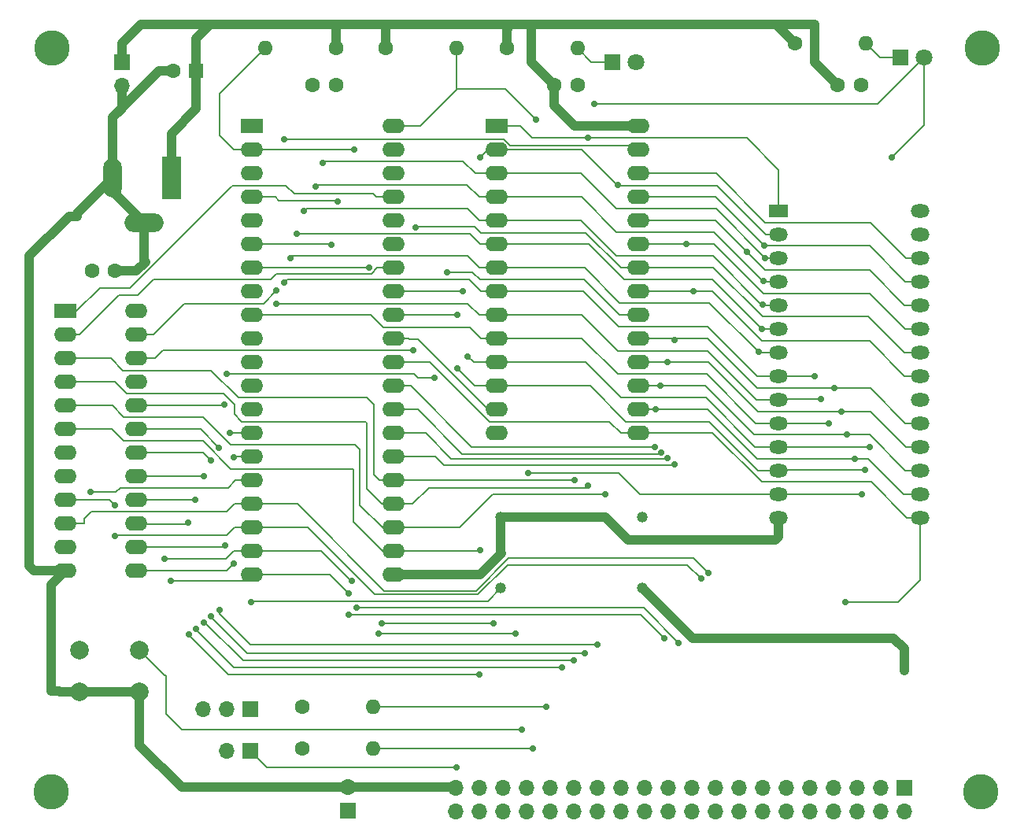
<source format=gbr>
%TF.GenerationSoftware,KiCad,Pcbnew,8.0.6*%
%TF.CreationDate,2024-12-09T21:22:34+01:00*%
%TF.ProjectId,mic1-cpu,6d696331-2d63-4707-952e-6b696361645f,rev?*%
%TF.SameCoordinates,Original*%
%TF.FileFunction,Copper,L2,Bot*%
%TF.FilePolarity,Positive*%
%FSLAX46Y46*%
G04 Gerber Fmt 4.6, Leading zero omitted, Abs format (unit mm)*
G04 Created by KiCad (PCBNEW 8.0.6) date 2024-12-09 21:22:34*
%MOMM*%
%LPD*%
G01*
G04 APERTURE LIST*
%TA.AperFunction,ComponentPad*%
%ADD10C,1.600000*%
%TD*%
%TA.AperFunction,ComponentPad*%
%ADD11O,1.600000X1.600000*%
%TD*%
%TA.AperFunction,ComponentPad*%
%ADD12R,1.700000X1.700000*%
%TD*%
%TA.AperFunction,ComponentPad*%
%ADD13O,1.700000X1.700000*%
%TD*%
%TA.AperFunction,ComponentPad*%
%ADD14C,3.800000*%
%TD*%
%TA.AperFunction,ComponentPad*%
%ADD15C,1.800000*%
%TD*%
%TA.AperFunction,ComponentPad*%
%ADD16R,1.800000X1.800000*%
%TD*%
%TA.AperFunction,ComponentPad*%
%ADD17R,1.600000X1.600000*%
%TD*%
%TA.AperFunction,ComponentPad*%
%ADD18C,2.000000*%
%TD*%
%TA.AperFunction,ComponentPad*%
%ADD19R,2.000000X1.440000*%
%TD*%
%TA.AperFunction,ComponentPad*%
%ADD20O,2.000000X1.440000*%
%TD*%
%TA.AperFunction,ComponentPad*%
%ADD21O,4.200000X2.000000*%
%TD*%
%TA.AperFunction,ComponentPad*%
%ADD22O,2.000000X4.200000*%
%TD*%
%TA.AperFunction,ComponentPad*%
%ADD23R,2.000000X4.600000*%
%TD*%
%TA.AperFunction,ComponentPad*%
%ADD24R,2.400000X1.600000*%
%TD*%
%TA.AperFunction,ComponentPad*%
%ADD25O,2.400000X1.600000*%
%TD*%
%TA.AperFunction,ComponentPad*%
%ADD26C,1.192000*%
%TD*%
%TA.AperFunction,ViaPad*%
%ADD27C,0.700000*%
%TD*%
%TA.AperFunction,Conductor*%
%ADD28C,0.200000*%
%TD*%
%TA.AperFunction,Conductor*%
%ADD29C,1.000000*%
%TD*%
G04 APERTURE END LIST*
D10*
%TO.P,R6,1*%
%TO.N,VDD*%
X62390000Y-118400000D03*
D11*
%TO.P,R6,2*%
%TO.N,~{NMI}*%
X70010000Y-118400000D03*
%TD*%
D10*
%TO.P,R5,1*%
%TO.N,VDD*%
X62390000Y-113900000D03*
D11*
%TO.P,R5,2*%
%TO.N,~{IRQ}*%
X70010000Y-113900000D03*
%TD*%
D12*
%TO.P,J6,1,Pin_1*%
%TO.N,CLK*%
X56775000Y-118612500D03*
D13*
%TO.P,J6,2,Pin_2*%
%TO.N,Net-(IC1-RWB)*%
X54235000Y-118612500D03*
%TD*%
D10*
%TO.P,C3,2*%
%TO.N,GND*%
X122500000Y-47000000D03*
%TO.P,C3,1*%
%TO.N,VDD*%
X120000000Y-47000000D03*
%TD*%
D12*
%TO.P,J1,1,Pin_1*%
%TO.N,VDD*%
X127120000Y-122560000D03*
D13*
%TO.P,J1,2,Pin_2*%
%TO.N,GND*%
X127120000Y-125100000D03*
%TO.P,J1,3,Pin_3*%
%TO.N,/D0*%
X124580000Y-122560000D03*
%TO.P,J1,4,Pin_4*%
%TO.N,/D1*%
X124580000Y-125100000D03*
%TO.P,J1,5,Pin_5*%
%TO.N,/D2*%
X122040000Y-122560000D03*
%TO.P,J1,6,Pin_6*%
%TO.N,/D3*%
X122040000Y-125100000D03*
%TO.P,J1,7,Pin_7*%
%TO.N,/D4*%
X119500000Y-122560000D03*
%TO.P,J1,8,Pin_8*%
%TO.N,/D5*%
X119500000Y-125100000D03*
%TO.P,J1,9,Pin_9*%
%TO.N,/D6*%
X116960000Y-122560000D03*
%TO.P,J1,10,Pin_10*%
%TO.N,/D7*%
X116960000Y-125100000D03*
%TO.P,J1,11,Pin_11*%
%TO.N,/A0*%
X114420000Y-122560000D03*
%TO.P,J1,12,Pin_12*%
%TO.N,/A1*%
X114420000Y-125100000D03*
%TO.P,J1,13,Pin_13*%
%TO.N,/A2*%
X111880000Y-122560000D03*
%TO.P,J1,14,Pin_14*%
%TO.N,/A3*%
X111880000Y-125100000D03*
%TO.P,J1,15,Pin_15*%
%TO.N,/A4*%
X109340000Y-122560000D03*
%TO.P,J1,16,Pin_16*%
%TO.N,/A5*%
X109340000Y-125100000D03*
%TO.P,J1,17,Pin_17*%
%TO.N,/A6*%
X106800000Y-122560000D03*
%TO.P,J1,18,Pin_18*%
%TO.N,/A7*%
X106800000Y-125100000D03*
%TO.P,J1,19,Pin_19*%
%TO.N,/A8*%
X104260000Y-122560000D03*
%TO.P,J1,20,Pin_20*%
%TO.N,/A9*%
X104260000Y-125100000D03*
%TO.P,J1,21,Pin_21*%
%TO.N,/A10*%
X101720000Y-122560000D03*
%TO.P,J1,22,Pin_22*%
%TO.N,/A11*%
X101720000Y-125100000D03*
%TO.P,J1,23,Pin_23*%
%TO.N,/A12*%
X99180000Y-122560000D03*
%TO.P,J1,24,Pin_24*%
%TO.N,/A13*%
X99180000Y-125100000D03*
%TO.P,J1,25,Pin_25*%
%TO.N,/A14*%
X96640000Y-122560000D03*
%TO.P,J1,26,Pin_26*%
%TO.N,/A15*%
X96640000Y-125100000D03*
%TO.P,J1,27,Pin_27*%
%TO.N,CSIO1*%
X94100000Y-122560000D03*
%TO.P,J1,28,Pin_28*%
%TO.N,CSIO2*%
X94100000Y-125100000D03*
%TO.P,J1,29,Pin_29*%
%TO.N,CSIO3*%
X91560000Y-122560000D03*
%TO.P,J1,30,Pin_30*%
%TO.N,CSIO4*%
X91560000Y-125100000D03*
%TO.P,J1,31,Pin_31*%
%TO.N,~{IRQ}*%
X89020000Y-122560000D03*
%TO.P,J1,32,Pin_32*%
%TO.N,~{NMI}*%
X89020000Y-125100000D03*
%TO.P,J1,33,Pin_33*%
%TO.N,RESB*%
X86480000Y-122560000D03*
%TO.P,J1,34,Pin_34*%
%TO.N,RDY*%
X86480000Y-125100000D03*
%TO.P,J1,35,Pin_35*%
%TO.N,SYNC*%
X83940000Y-122560000D03*
%TO.P,J1,36,Pin_36*%
%TO.N,BE*%
X83940000Y-125100000D03*
%TO.P,J1,37,Pin_37*%
%TO.N,CSIO5*%
X81400000Y-122560000D03*
%TO.P,J1,38,Pin_38*%
%TO.N,CLK*%
X81400000Y-125100000D03*
%TO.P,J1,39,Pin_39*%
%TO.N,GND*%
X78860000Y-122560000D03*
%TO.P,J1,40,Pin_40*%
%TO.N,VDD*%
X78860000Y-125100000D03*
%TD*%
D11*
%TO.P,R1,2*%
%TO.N,RDY*%
X58380000Y-43000000D03*
D10*
%TO.P,R1,1*%
%TO.N,VDD*%
X66000000Y-43000000D03*
%TD*%
D11*
%TO.P,R4,2*%
%TO.N,RESB*%
X79000000Y-43000000D03*
D10*
%TO.P,R4,1*%
%TO.N,VDD*%
X71380000Y-43000000D03*
%TD*%
%TO.P,C2,2*%
%TO.N,GND*%
X92000000Y-47000000D03*
%TO.P,C2,1*%
%TO.N,VDD*%
X89500000Y-47000000D03*
%TD*%
D11*
%TO.P,R2,2*%
%TO.N,Net-(D1-K)*%
X123000000Y-42500000D03*
D10*
%TO.P,R2,1*%
%TO.N,VDD*%
X115380000Y-42500000D03*
%TD*%
%TO.P,C4,1*%
%TO.N,VDD*%
X39750000Y-67000000D03*
%TO.P,C4,2*%
%TO.N,GND*%
X42250000Y-67000000D03*
%TD*%
%TO.P,C1,2*%
%TO.N,GND*%
X66000000Y-47000000D03*
%TO.P,C1,1*%
%TO.N,VDD*%
X63500000Y-47000000D03*
%TD*%
D14*
%TO.P,Hole1,1*%
%TO.N,N/C*%
X35400000Y-123000000D03*
%TD*%
D15*
%TO.P,D1,2,A*%
%TO.N,Net-(D1-A)*%
X129265000Y-44000000D03*
D16*
%TO.P,D1,1,K*%
%TO.N,Net-(D1-K)*%
X126725000Y-44000000D03*
%TD*%
D11*
%TO.P,R3,2*%
%TO.N,Net-(D2-K)*%
X92000000Y-43000000D03*
D10*
%TO.P,R3,1*%
%TO.N,VDD*%
X84380000Y-43000000D03*
%TD*%
%TO.P,C5,2*%
%TO.N,GND*%
X48500000Y-45500000D03*
D17*
%TO.P,C5,1*%
%TO.N,VDD*%
X51000000Y-45500000D03*
%TD*%
D13*
%TO.P,J3,3,Pin_3*%
%TO.N,EXTCLK*%
X51720000Y-114112500D03*
%TO.P,J3,2,Pin_2*%
%TO.N,CLK*%
X54260000Y-114112500D03*
D12*
%TO.P,J3,1,Pin_1*%
%TO.N,Net-(J3-Pin_1)*%
X56800000Y-114112500D03*
%TD*%
D18*
%TO.P,SW1,4,A*%
%TO.N,GND*%
X44900000Y-112300000D03*
%TO.P,SW1,3,K*%
X38400000Y-112300000D03*
%TO.P,SW1,2,2*%
%TO.N,RESB*%
X44900000Y-107800000D03*
%TO.P,SW1,1,1*%
X38400000Y-107800000D03*
%TD*%
D15*
%TO.P,D2,2,A*%
%TO.N,Net-(D2-A)*%
X98265000Y-44500000D03*
D16*
%TO.P,D2,1,K*%
%TO.N,Net-(D2-K)*%
X95725000Y-44500000D03*
%TD*%
D19*
%TO.P,IC3,1,A14*%
%TO.N,/A14*%
X113607500Y-60510000D03*
D20*
%TO.P,IC3,2,A12*%
%TO.N,/A12*%
X113607500Y-63050000D03*
%TO.P,IC3,3,A7*%
%TO.N,/A7*%
X113607500Y-65590000D03*
%TO.P,IC3,4,A6*%
%TO.N,/A6*%
X113607500Y-68130000D03*
%TO.P,IC3,5,A5*%
%TO.N,/A5*%
X113607500Y-70670000D03*
%TO.P,IC3,6,A4*%
%TO.N,/A4*%
X113607500Y-73210000D03*
%TO.P,IC3,7,A3*%
%TO.N,/A3*%
X113607500Y-75750000D03*
%TO.P,IC3,8,A2*%
%TO.N,/A2*%
X113607500Y-78290000D03*
%TO.P,IC3,9,A1*%
%TO.N,/A1*%
X113607500Y-80830000D03*
%TO.P,IC3,10,A0*%
%TO.N,/A0*%
X113607500Y-83370000D03*
%TO.P,IC3,11,D0*%
%TO.N,/D0*%
X113607500Y-85910000D03*
%TO.P,IC3,12,D1*%
%TO.N,/D1*%
X113607500Y-88450000D03*
%TO.P,IC3,13,D2*%
%TO.N,/D2*%
X113607500Y-90990000D03*
%TO.P,IC3,14,GND*%
%TO.N,GND*%
X113607500Y-93530000D03*
%TO.P,IC3,15,D3*%
%TO.N,/D3*%
X128847500Y-93530000D03*
%TO.P,IC3,16,D4*%
%TO.N,/D4*%
X128847500Y-90990000D03*
%TO.P,IC3,17,D5*%
%TO.N,/D5*%
X128847500Y-88450000D03*
%TO.P,IC3,18,D6*%
%TO.N,/D6*%
X128847500Y-85910000D03*
%TO.P,IC3,19,D7*%
%TO.N,/D7*%
X128847500Y-83370000D03*
%TO.P,IC3,20,~{CS}*%
%TO.N,Net-(D1-A)*%
X128847500Y-80830000D03*
%TO.P,IC3,21,A10*%
%TO.N,/A10*%
X128847500Y-78290000D03*
%TO.P,IC3,22,~{OE}*%
%TO.N,Net-(IC2-~{OE})*%
X128847500Y-75750000D03*
%TO.P,IC3,23,A11*%
%TO.N,/A11*%
X128847500Y-73210000D03*
%TO.P,IC3,24,A9*%
%TO.N,/A9*%
X128847500Y-70670000D03*
%TO.P,IC3,25,A8*%
%TO.N,/A8*%
X128847500Y-68130000D03*
%TO.P,IC3,26,A13*%
%TO.N,/A13*%
X128847500Y-65590000D03*
%TO.P,IC3,27,~{WE}*%
%TO.N,VDD*%
X128847500Y-63050000D03*
%TO.P,IC3,28,VCC*%
X128847500Y-60510000D03*
%TD*%
D21*
%TO.P,J2,3,M*%
%TO.N,GND*%
X45400000Y-61800000D03*
D22*
%TO.P,J2,2*%
X42000000Y-57000000D03*
D23*
%TO.P,J2,1*%
%TO.N,VDD*%
X48300000Y-57000000D03*
%TD*%
D24*
%TO.P,IC1,1,VPB*%
%TO.N,unconnected-(IC1-VPB-Pad1)*%
X57000000Y-51420000D03*
D25*
%TO.P,IC1,2,RDY*%
%TO.N,RDY*%
X57000000Y-53960000D03*
%TO.P,IC1,3,PHI1O*%
%TO.N,unconnected-(IC1-PHI1O-Pad3)*%
X57000000Y-56500000D03*
%TO.P,IC1,4,IRQB*%
%TO.N,~{IRQ}*%
X57000000Y-59040000D03*
%TO.P,IC1,5,MLB*%
%TO.N,unconnected-(IC1-MLB-Pad5)*%
X57000000Y-61580000D03*
%TO.P,IC1,6,NMIB*%
%TO.N,~{NMI}*%
X57000000Y-64120000D03*
%TO.P,IC1,7,SYNC*%
%TO.N,SYNC*%
X57000000Y-66660000D03*
%TO.P,IC1,8,VDD*%
%TO.N,VDD*%
X57000000Y-69200000D03*
%TO.P,IC1,9,A0*%
%TO.N,/A0*%
X57000000Y-71740000D03*
%TO.P,IC1,10,A1*%
%TO.N,/A1*%
X57000000Y-74280000D03*
%TO.P,IC1,11,A2*%
%TO.N,/A2*%
X57000000Y-76820000D03*
%TO.P,IC1,12,A3*%
%TO.N,/A3*%
X57000000Y-79360000D03*
%TO.P,IC1,13,A4*%
%TO.N,/A4*%
X57000000Y-81900000D03*
%TO.P,IC1,14,A5*%
%TO.N,/A5*%
X57000000Y-84440000D03*
%TO.P,IC1,15,A6*%
%TO.N,/A6*%
X57000000Y-86980000D03*
%TO.P,IC1,16,A7*%
%TO.N,/A7*%
X57000000Y-89520000D03*
%TO.P,IC1,17,A8*%
%TO.N,/A8*%
X57000000Y-92060000D03*
%TO.P,IC1,18,A9*%
%TO.N,/A9*%
X57000000Y-94600000D03*
%TO.P,IC1,19,A10*%
%TO.N,/A10*%
X57000000Y-97140000D03*
%TO.P,IC1,20,A11*%
%TO.N,/A11*%
X57000000Y-99680000D03*
%TO.P,IC1,21,VSS*%
%TO.N,GND*%
X72240000Y-99680000D03*
%TO.P,IC1,22,A12*%
%TO.N,/A12*%
X72240000Y-97140000D03*
%TO.P,IC1,23,A13*%
%TO.N,/A13*%
X72240000Y-94600000D03*
%TO.P,IC1,24,A14*%
%TO.N,/A14*%
X72240000Y-92060000D03*
%TO.P,IC1,25,A15*%
%TO.N,/A15*%
X72240000Y-89520000D03*
%TO.P,IC1,26,D7*%
%TO.N,/D7*%
X72240000Y-86980000D03*
%TO.P,IC1,27,D6*%
%TO.N,/D6*%
X72240000Y-84440000D03*
%TO.P,IC1,28,D5*%
%TO.N,/D5*%
X72240000Y-81900000D03*
%TO.P,IC1,29,D4*%
%TO.N,/D4*%
X72240000Y-79360000D03*
%TO.P,IC1,30,D3*%
%TO.N,/D3*%
X72240000Y-76820000D03*
%TO.P,IC1,31,D2*%
%TO.N,/D2*%
X72240000Y-74280000D03*
%TO.P,IC1,32,D1*%
%TO.N,/D1*%
X72240000Y-71740000D03*
%TO.P,IC1,33,D0*%
%TO.N,/D0*%
X72240000Y-69200000D03*
%TO.P,IC1,34,RWB*%
%TO.N,Net-(IC1-RWB)*%
X72240000Y-66660000D03*
%TO.P,IC1,35,NC*%
%TO.N,unconnected-(IC1-NC-Pad35)*%
X72240000Y-64120000D03*
%TO.P,IC1,36,BE*%
%TO.N,BE*%
X72240000Y-61580000D03*
%TO.P,IC1,37,PHI2*%
%TO.N,CLK*%
X72240000Y-59040000D03*
%TO.P,IC1,38,SOB*%
%TO.N,unconnected-(IC1-SOB-Pad38)*%
X72240000Y-56500000D03*
%TO.P,IC1,39,PHI2O*%
%TO.N,unconnected-(IC1-PHI2O-Pad39)*%
X72240000Y-53960000D03*
%TO.P,IC1,40,RESB*%
%TO.N,RESB*%
X72240000Y-51420000D03*
%TD*%
D14*
%TO.P,Hole2,1*%
%TO.N,N/C*%
X35500000Y-43000000D03*
%TD*%
D13*
%TO.P,J4,2,Pin_2*%
%TO.N,GND*%
X43000000Y-47040000D03*
D12*
%TO.P,J4,1,Pin_1*%
%TO.N,VDD*%
X43000000Y-44500000D03*
%TD*%
D13*
%TO.P,J5,2,Pin_2*%
%TO.N,GND*%
X67300000Y-122535000D03*
D12*
%TO.P,J5,1,Pin_1*%
%TO.N,VDD*%
X67300000Y-125075000D03*
%TD*%
D14*
%TO.P,Hole4,1*%
%TO.N,N/C*%
X135400000Y-123000000D03*
%TD*%
%TO.P,Hole3,1*%
%TO.N,N/C*%
X135500000Y-43000000D03*
%TD*%
D25*
%TO.P,IC2,28,VCC*%
%TO.N,VDD*%
X98500000Y-51420000D03*
%TO.P,IC2,27,~{WE}*%
%TO.N,Net-(IC2-~{WE})*%
X98500000Y-53960000D03*
%TO.P,IC2,26,A13*%
%TO.N,/A13*%
X98500000Y-56500000D03*
%TO.P,IC2,25,A8*%
%TO.N,/A8*%
X98500000Y-59040000D03*
%TO.P,IC2,24,A9*%
%TO.N,/A9*%
X98500000Y-61580000D03*
%TO.P,IC2,23,A11*%
%TO.N,/A11*%
X98500000Y-64120000D03*
%TO.P,IC2,22,~{OE}*%
%TO.N,Net-(IC2-~{OE})*%
X98500000Y-66660000D03*
%TO.P,IC2,21,A10*%
%TO.N,/A10*%
X98500000Y-69200000D03*
%TO.P,IC2,20,~{CS}*%
%TO.N,Net-(D2-A)*%
X98500000Y-71740000D03*
%TO.P,IC2,19,D7*%
%TO.N,/D7*%
X98500000Y-74280000D03*
%TO.P,IC2,18,D6*%
%TO.N,/D6*%
X98500000Y-76820000D03*
%TO.P,IC2,17,D5*%
%TO.N,/D5*%
X98500000Y-79360000D03*
%TO.P,IC2,16,D4*%
%TO.N,/D4*%
X98500000Y-81900000D03*
%TO.P,IC2,15,D3*%
%TO.N,/D3*%
X98500000Y-84440000D03*
%TO.P,IC2,14,VSS*%
%TO.N,GND*%
X83260000Y-84440000D03*
%TO.P,IC2,13,D2*%
%TO.N,/D2*%
X83260000Y-81900000D03*
%TO.P,IC2,12,D1*%
%TO.N,/D1*%
X83260000Y-79360000D03*
%TO.P,IC2,11,D0*%
%TO.N,/D0*%
X83260000Y-76820000D03*
%TO.P,IC2,10,A0*%
%TO.N,/A0*%
X83260000Y-74280000D03*
%TO.P,IC2,9,A1*%
%TO.N,/A1*%
X83260000Y-71740000D03*
%TO.P,IC2,8,A2*%
%TO.N,/A2*%
X83260000Y-69200000D03*
%TO.P,IC2,7,A3*%
%TO.N,/A3*%
X83260000Y-66660000D03*
%TO.P,IC2,6,A4*%
%TO.N,/A4*%
X83260000Y-64120000D03*
%TO.P,IC2,5,A5*%
%TO.N,/A5*%
X83260000Y-61580000D03*
%TO.P,IC2,4,A6*%
%TO.N,/A6*%
X83260000Y-59040000D03*
%TO.P,IC2,3,A7*%
%TO.N,/A7*%
X83260000Y-56500000D03*
%TO.P,IC2,2,A12*%
%TO.N,/A12*%
X83260000Y-53960000D03*
D24*
%TO.P,IC2,1,A14*%
%TO.N,/A14*%
X83260000Y-51420000D03*
%TD*%
D26*
%TO.P,Y1,1,NC*%
%TO.N,unconnected-(Y1-NC-Pad1)*%
X99000000Y-93500000D03*
%TO.P,Y1,7,GND*%
%TO.N,GND*%
X83760000Y-93500000D03*
%TO.P,Y1,8,OUTPUT*%
%TO.N,Net-(J3-Pin_1)*%
X83760000Y-101120000D03*
%TO.P,Y1,14,+5V*%
%TO.N,VDD*%
X99000000Y-101120000D03*
%TD*%
D24*
%TO.P,IC4,1,CLK*%
%TO.N,CLK*%
X36880000Y-71300000D03*
D25*
%TO.P,IC4,2,~{RW}*%
%TO.N,Net-(IC1-RWB)*%
X36880000Y-73840000D03*
%TO.P,IC4,3,A15*%
%TO.N,/A15*%
X36880000Y-76380000D03*
%TO.P,IC4,4,A14*%
%TO.N,/A14*%
X36880000Y-78920000D03*
%TO.P,IC4,5,A13*%
%TO.N,/A13*%
X36880000Y-81460000D03*
%TO.P,IC4,6,A12*%
%TO.N,/A12*%
X36880000Y-84000000D03*
%TO.P,IC4,7,A11*%
%TO.N,/A11*%
X36880000Y-86540000D03*
%TO.P,IC4,8,A10*%
%TO.N,/A10*%
X36880000Y-89080000D03*
%TO.P,IC4,9,A9*%
%TO.N,/A9*%
X36880000Y-91620000D03*
%TO.P,IC4,10,A8*%
%TO.N,/A8*%
X36880000Y-94160000D03*
%TO.P,IC4,11,A7*%
%TO.N,/A7*%
X36880000Y-96700000D03*
%TO.P,IC4,12,GND*%
%TO.N,GND*%
X36880000Y-99240000D03*
%TO.P,IC4,13,A6*%
%TO.N,/A6*%
X44500000Y-99240000D03*
%TO.P,IC4,14,A5*%
%TO.N,/A5*%
X44500000Y-96700000D03*
%TO.P,IC4,15,CSIO5*%
%TO.N,CSIO5*%
X44500000Y-94160000D03*
%TO.P,IC4,16,CSIO4*%
%TO.N,CSIO4*%
X44500000Y-91620000D03*
%TO.P,IC4,17,CSIO3*%
%TO.N,CSIO3*%
X44500000Y-89080000D03*
%TO.P,IC4,18,CSIO2*%
%TO.N,CSIO2*%
X44500000Y-86540000D03*
%TO.P,IC4,19,CSIO1*%
%TO.N,CSIO1*%
X44500000Y-84000000D03*
%TO.P,IC4,20,~{CSRAM}*%
%TO.N,Net-(D2-A)*%
X44500000Y-81460000D03*
%TO.P,IC4,21,~{CSROM}*%
%TO.N,Net-(D1-A)*%
X44500000Y-78920000D03*
%TO.P,IC4,22,~{OE}*%
%TO.N,Net-(IC2-~{OE})*%
X44500000Y-76380000D03*
%TO.P,IC4,23,~{WE}*%
%TO.N,Net-(IC2-~{WE})*%
X44500000Y-73840000D03*
%TO.P,IC4,24,VCC*%
%TO.N,VDD*%
X44500000Y-71300000D03*
%TD*%
D27*
%TO.N,VDD*%
X127120000Y-110000000D03*
%TO.N,Net-(D1-A)*%
X93800000Y-49000000D03*
%TO.N,CSIO5*%
X81400000Y-110400000D03*
X50200000Y-106100000D03*
X50150000Y-94100000D03*
%TO.N,CSIO4*%
X90300000Y-109600000D03*
X51000000Y-105500000D03*
X50900000Y-91620000D03*
%TO.N,CSIO3*%
X51800000Y-89100000D03*
X51800000Y-104800000D03*
X91600000Y-108900000D03*
%TO.N,CSIO2*%
X92800000Y-108100000D03*
X52600000Y-104100000D03*
X52600000Y-87400000D03*
%TO.N,CSIO1*%
X94100000Y-107200000D03*
X53500000Y-103500000D03*
X53450000Y-86000000D03*
%TO.N,/A5*%
X54100000Y-96500000D03*
X54600000Y-84400000D03*
%TO.N,/A6*%
X55000000Y-98500000D03*
X55000000Y-87000000D03*
%TO.N,/A7*%
X39620000Y-90800000D03*
%TO.N,/A11*%
X48250000Y-100340000D03*
%TO.N,/A10*%
X47600000Y-98000000D03*
%TO.N,/A9*%
X42200000Y-95500000D03*
X42200000Y-92200000D03*
%TO.N,~{NMI}*%
X65500000Y-64200000D03*
%TO.N,~{IRQ}*%
X66200000Y-59500000D03*
%TO.N,Net-(J3-Pin_1)*%
X56850000Y-102650000D03*
%TO.N,/A14*%
X93100000Y-90100000D03*
%TO.N,RESB*%
X87500000Y-50700000D03*
%TO.N,Net-(D2-A)*%
X78000000Y-67100000D03*
X76600000Y-78500000D03*
X54000000Y-81400000D03*
X54300000Y-78100000D03*
%TO.N,Net-(IC2-~{OE})*%
X74300000Y-75500000D03*
X74600000Y-62300000D03*
%TO.N,RESB*%
X86000000Y-116300000D03*
%TO.N,CLK*%
X79000000Y-120400000D03*
%TO.N,~{NMI}*%
X87200000Y-118400000D03*
%TO.N,~{IRQ}*%
X88600000Y-113900000D03*
%TO.N,RDY*%
X85330000Y-106000000D03*
X70600000Y-106000000D03*
%TO.N,SYNC*%
X83000000Y-104900000D03*
%TO.N,RDY*%
X68000000Y-53900000D03*
%TO.N,Net-(IC2-~{WE})*%
X60400000Y-52800000D03*
X59600000Y-69100000D03*
%TO.N,SYNC*%
X70900000Y-104900000D03*
X69565380Y-66615380D03*
%TO.N,/A11*%
X101300000Y-106500000D03*
X67400000Y-101700000D03*
X67400000Y-104000000D03*
%TO.N,/A10*%
X102900000Y-107000000D03*
X68265380Y-103200000D03*
X67750000Y-100350000D03*
%TO.N,/A9*%
X105300000Y-100100000D03*
%TO.N,/A8*%
X106100000Y-99500000D03*
%TO.N,/A12*%
X96300000Y-57700000D03*
%TO.N,/A7*%
X64600000Y-55400000D03*
%TO.N,/A5*%
X62600000Y-60500000D03*
%TO.N,/A6*%
X63800000Y-57900000D03*
%TO.N,/A4*%
X61800000Y-63000000D03*
%TO.N,/A3*%
X61100000Y-65600000D03*
%TO.N,/A2*%
X60450000Y-68200000D03*
%TO.N,/A1*%
X59600000Y-70500000D03*
%TO.N,/A15*%
X91700000Y-89500000D03*
%TO.N,/A14*%
X93100000Y-52700000D03*
%TO.N,/A12*%
X81500000Y-97000000D03*
%TO.N,/A13*%
X95000000Y-91000000D03*
%TO.N,/A12*%
X81500000Y-54800000D03*
%TO.N,/D0*%
X79700000Y-69200000D03*
X80200000Y-76200000D03*
%TO.N,/D1*%
X79100000Y-77500000D03*
X79100000Y-71700000D03*
%TO.N,/A11*%
X103700000Y-64100000D03*
%TO.N,/A10*%
X104500000Y-69200000D03*
%TO.N,/A9*%
X110200000Y-64900000D03*
%TO.N,/A8*%
X112100000Y-64300000D03*
%TO.N,/A7*%
X112200000Y-65600000D03*
%TO.N,/A6*%
X112000000Y-68100000D03*
%TO.N,/A5*%
X111900000Y-70600000D03*
%TO.N,/A4*%
X111800000Y-73200000D03*
%TO.N,/A3*%
X111500000Y-75700000D03*
%TO.N,/A2*%
X117500000Y-78300000D03*
%TO.N,/A1*%
X118200000Y-80800000D03*
%TO.N,/A0*%
X119000000Y-83400000D03*
%TO.N,/D2*%
X86700000Y-88700000D03*
%TO.N,/D4*%
X100400000Y-81900000D03*
X100300000Y-85900000D03*
%TO.N,/D5*%
X100900000Y-79360000D03*
X101000000Y-86500000D03*
%TO.N,/D6*%
X101700000Y-76800000D03*
X101700000Y-87100000D03*
%TO.N,/D7*%
X102400000Y-74400000D03*
X102400000Y-87800000D03*
%TO.N,Net-(D1-A)*%
X125800000Y-54800000D03*
%TO.N,/D7*%
X119600000Y-79600000D03*
%TO.N,/D6*%
X120350000Y-82150000D03*
%TO.N,/D5*%
X121000000Y-84600000D03*
%TO.N,/D4*%
X121800000Y-87200000D03*
%TO.N,/D3*%
X120800000Y-102600000D03*
%TO.N,/D2*%
X122600000Y-91000000D03*
%TO.N,/D1*%
X122900000Y-88400000D03*
%TO.N,/D0*%
X123400000Y-85900000D03*
%TD*%
D28*
%TO.N,Net-(IC2-~{OE})*%
X81600000Y-62900000D02*
X92900000Y-62900000D01*
X96660000Y-66660000D02*
X98500000Y-66660000D01*
X80900000Y-62200000D02*
X81600000Y-62900000D01*
X74700000Y-62200000D02*
X80900000Y-62200000D01*
X74600000Y-62300000D02*
X74700000Y-62200000D01*
X92900000Y-62900000D02*
X96660000Y-66660000D01*
%TO.N,/D1*%
X80960000Y-79360000D02*
X83260000Y-79360000D01*
X79100000Y-77500000D02*
X80960000Y-79360000D01*
%TO.N,/A2*%
X81600000Y-69200000D02*
X83260000Y-69200000D01*
X80300000Y-67900000D02*
X81600000Y-69200000D01*
X60750000Y-67900000D02*
X80300000Y-67900000D01*
X60450000Y-68200000D02*
X60750000Y-67900000D01*
%TO.N,Net-(D2-A)*%
X80700000Y-67100000D02*
X78000000Y-67100000D01*
X81500000Y-67900000D02*
X80700000Y-67100000D01*
X96540000Y-71740000D02*
X92700000Y-67900000D01*
X98500000Y-71740000D02*
X96540000Y-71740000D01*
X92700000Y-67900000D02*
X81500000Y-67900000D01*
X74400000Y-78100000D02*
X54300000Y-78100000D01*
X74800000Y-78500000D02*
X74400000Y-78100000D01*
X76600000Y-78500000D02*
X74800000Y-78500000D01*
%TO.N,/D3*%
X96640000Y-84440000D02*
X98500000Y-84440000D01*
X82500000Y-83200000D02*
X95400000Y-83200000D01*
X76120000Y-76820000D02*
X82500000Y-83200000D01*
X95400000Y-83200000D02*
X96640000Y-84440000D01*
X72240000Y-76820000D02*
X76120000Y-76820000D01*
%TO.N,/D2*%
X73880000Y-74280000D02*
X72240000Y-74280000D01*
X74800000Y-74300000D02*
X73900000Y-74300000D01*
X73900000Y-74300000D02*
X73880000Y-74280000D01*
X83260000Y-81900000D02*
X82400000Y-81900000D01*
X82400000Y-81900000D02*
X74800000Y-74300000D01*
%TO.N,/D0*%
X80200000Y-76200000D02*
X80820000Y-76820000D01*
X80820000Y-76820000D02*
X83260000Y-76820000D01*
%TO.N,/D5*%
X74800000Y-81900000D02*
X72240000Y-81900000D01*
X79600000Y-86700000D02*
X74800000Y-81900000D01*
X101000000Y-86500000D02*
X100800000Y-86700000D01*
X100800000Y-86700000D02*
X79600000Y-86700000D01*
%TO.N,/D2*%
X98690000Y-90990000D02*
X113607500Y-90990000D01*
X96400000Y-88700000D02*
X98690000Y-90990000D01*
X86700000Y-88700000D02*
X96400000Y-88700000D01*
%TO.N,/A15*%
X91700000Y-89500000D02*
X91680000Y-89520000D01*
X91680000Y-89520000D02*
X72240000Y-89520000D01*
%TO.N,/A11*%
X65380000Y-99680000D02*
X57000000Y-99680000D01*
X67400000Y-101700000D02*
X65380000Y-99680000D01*
X98800000Y-104000000D02*
X101300000Y-106500000D01*
X67400000Y-104000000D02*
X98800000Y-104000000D01*
%TO.N,/A10*%
X57000000Y-97100000D02*
X57000000Y-97140000D01*
X67750000Y-100350000D02*
X67650000Y-100350000D01*
X64400000Y-97100000D02*
X57000000Y-97100000D01*
X67650000Y-100350000D02*
X64400000Y-97100000D01*
X68265380Y-103200000D02*
X99100000Y-103200000D01*
X99100000Y-103200000D02*
X102900000Y-107000000D01*
%TO.N,SYNC*%
X69565380Y-66615380D02*
X69520760Y-66660000D01*
X69520760Y-66660000D02*
X57000000Y-66660000D01*
%TO.N,RDY*%
X70600000Y-106000000D02*
X85330000Y-106000000D01*
%TO.N,SYNC*%
X70900000Y-104900000D02*
X83000000Y-104900000D01*
%TO.N,~{IRQ}*%
X66100000Y-59400000D02*
X59850000Y-59400000D01*
X59490000Y-59040000D02*
X57000000Y-59040000D01*
X66200000Y-59500000D02*
X66100000Y-59400000D01*
X59850000Y-59400000D02*
X59490000Y-59040000D01*
%TO.N,CLK*%
X70340000Y-59040000D02*
X72240000Y-59040000D01*
X70000000Y-58700000D02*
X70340000Y-59040000D01*
X61500000Y-58700000D02*
X70000000Y-58700000D01*
X60600000Y-57800000D02*
X61500000Y-58700000D01*
X54900000Y-57800000D02*
X60600000Y-57800000D01*
X54731370Y-57900000D02*
X54800000Y-57900000D01*
X40600000Y-68800000D02*
X43831370Y-68800000D01*
X43831370Y-68800000D02*
X54731370Y-57900000D01*
X38100000Y-71300000D02*
X40600000Y-68800000D01*
X54800000Y-57900000D02*
X54900000Y-57800000D01*
X36880000Y-71300000D02*
X38100000Y-71300000D01*
%TO.N,~{NMI}*%
X65500000Y-64200000D02*
X65420000Y-64120000D01*
X65420000Y-64120000D02*
X57000000Y-64120000D01*
%TO.N,Net-(J3-Pin_1)*%
X56950000Y-102550000D02*
X82330000Y-102550000D01*
X82330000Y-102550000D02*
X83760000Y-101120000D01*
X56850000Y-102650000D02*
X56950000Y-102550000D01*
%TO.N,CSIO4*%
X51000000Y-105600000D02*
X55000000Y-109600000D01*
X51000000Y-105500000D02*
X51000000Y-105600000D01*
X55000000Y-109600000D02*
X90300000Y-109600000D01*
%TO.N,CSIO2*%
X44600000Y-86500000D02*
X44560000Y-86540000D01*
X44560000Y-86540000D02*
X44500000Y-86540000D01*
X52600000Y-87400000D02*
X51700000Y-86500000D01*
X51700000Y-86500000D02*
X44600000Y-86500000D01*
X52600000Y-104200000D02*
X56500000Y-108100000D01*
X52600000Y-104100000D02*
X52600000Y-104200000D01*
X56500000Y-108100000D02*
X92800000Y-108100000D01*
%TO.N,CSIO3*%
X56000000Y-108900000D02*
X91600000Y-108900000D01*
X51900000Y-104800000D02*
X56000000Y-108900000D01*
X51800000Y-104800000D02*
X51900000Y-104800000D01*
%TO.N,CSIO4*%
X50900000Y-91620000D02*
X44500000Y-91620000D01*
%TO.N,CSIO1*%
X56800000Y-107200000D02*
X94100000Y-107200000D01*
X53500000Y-103900000D02*
X56800000Y-107200000D01*
X53500000Y-103500000D02*
X53500000Y-103900000D01*
%TO.N,CSIO5*%
X54400000Y-110400000D02*
X81400000Y-110400000D01*
X50200000Y-106200000D02*
X54400000Y-110400000D01*
X50200000Y-106100000D02*
X50200000Y-106200000D01*
X44560000Y-94160000D02*
X44500000Y-94160000D01*
X50150000Y-94100000D02*
X50050000Y-94200000D01*
X44600000Y-94200000D02*
X44560000Y-94160000D01*
X50050000Y-94200000D02*
X44600000Y-94200000D01*
%TO.N,/A11*%
X56340000Y-100340000D02*
X57000000Y-99680000D01*
X48250000Y-100340000D02*
X56340000Y-100340000D01*
%TO.N,CSIO1*%
X51450000Y-84000000D02*
X44500000Y-84000000D01*
X53450000Y-86000000D02*
X51450000Y-84000000D01*
%TO.N,/A7*%
X55180000Y-89520000D02*
X57000000Y-89520000D01*
X42800000Y-90300000D02*
X54400000Y-90300000D01*
X39620000Y-90800000D02*
X42300000Y-90800000D01*
X42300000Y-90800000D02*
X42800000Y-90300000D01*
X54400000Y-90300000D02*
X55180000Y-89520000D01*
%TO.N,/A10*%
X54200000Y-98000000D02*
X55060000Y-97140000D01*
X47600000Y-98000000D02*
X54200000Y-98000000D01*
X55060000Y-97140000D02*
X57000000Y-97140000D01*
%TO.N,Net-(IC2-~{WE})*%
X49700000Y-70500000D02*
X46360000Y-73840000D01*
X58200000Y-70500000D02*
X49700000Y-70500000D01*
X46360000Y-73840000D02*
X44500000Y-73840000D01*
X59600000Y-69100000D02*
X58200000Y-70500000D01*
%TO.N,Net-(D1-A)*%
X124265000Y-49000000D02*
X93800000Y-49000000D01*
X129265000Y-44000000D02*
X124265000Y-49000000D01*
D29*
%TO.N,VDD*%
X89500000Y-49200000D02*
X89500000Y-47000000D01*
X91720000Y-51420000D02*
X89500000Y-49200000D01*
X98500000Y-51420000D02*
X91720000Y-51420000D01*
D28*
%TO.N,CSIO3*%
X51180000Y-89080000D02*
X44500000Y-89080000D01*
X51800000Y-89100000D02*
X51200000Y-89100000D01*
X51200000Y-89100000D02*
X51180000Y-89080000D01*
%TO.N,/A13*%
X71000000Y-94600000D02*
X72240000Y-94600000D01*
X68100000Y-85700000D02*
X68600000Y-86200000D01*
X51700000Y-82700000D02*
X54700000Y-85700000D01*
X68600000Y-86200000D02*
X68600000Y-92200000D01*
X43200000Y-82700000D02*
X51700000Y-82700000D01*
X68600000Y-92200000D02*
X71000000Y-94600000D01*
X41960000Y-81460000D02*
X43200000Y-82700000D01*
X54700000Y-85700000D02*
X68100000Y-85700000D01*
X36880000Y-81460000D02*
X41960000Y-81460000D01*
%TO.N,/A12*%
X51700000Y-85300000D02*
X54700000Y-88300000D01*
X54700000Y-88300000D02*
X67900000Y-88300000D01*
X67900000Y-94000000D02*
X71040000Y-97140000D01*
X71040000Y-97140000D02*
X72240000Y-97140000D01*
X43200000Y-85300000D02*
X51700000Y-85300000D01*
X67900000Y-88300000D02*
X67900000Y-94000000D01*
X36880000Y-84000000D02*
X41900000Y-84000000D01*
X41900000Y-84000000D02*
X43200000Y-85300000D01*
%TO.N,Net-(D2-A)*%
X54000000Y-81400000D02*
X53940000Y-81460000D01*
X53940000Y-81460000D02*
X44500000Y-81460000D01*
%TO.N,/A14*%
X70960000Y-92060000D02*
X72240000Y-92060000D01*
X69300000Y-90400000D02*
X70960000Y-92060000D01*
X69300000Y-83300000D02*
X69300000Y-90400000D01*
X55100000Y-81400000D02*
X55100000Y-82400000D01*
X53900000Y-80200000D02*
X55100000Y-81400000D01*
X43500000Y-80200000D02*
X53900000Y-80200000D01*
X55100000Y-82400000D02*
X55900000Y-83200000D01*
X69200000Y-83200000D02*
X69300000Y-83300000D01*
X42220000Y-78920000D02*
X43500000Y-80200000D01*
X36880000Y-78920000D02*
X42220000Y-78920000D01*
X55900000Y-83200000D02*
X69200000Y-83200000D01*
%TO.N,/A5*%
X53900000Y-96700000D02*
X44500000Y-96700000D01*
X54100000Y-96500000D02*
X53900000Y-96700000D01*
X54640000Y-84440000D02*
X54600000Y-84400000D01*
X57000000Y-84440000D02*
X54640000Y-84440000D01*
%TO.N,/A6*%
X54260000Y-99240000D02*
X44500000Y-99240000D01*
X55000000Y-98500000D02*
X54260000Y-99240000D01*
X55020000Y-86980000D02*
X55000000Y-87000000D01*
X57000000Y-86980000D02*
X55020000Y-86980000D01*
%TO.N,/A11*%
X56920000Y-99680000D02*
X56900000Y-99700000D01*
X57000000Y-99680000D02*
X56920000Y-99680000D01*
%TO.N,/A9*%
X42200000Y-92200000D02*
X41620000Y-91620000D01*
X41620000Y-91620000D02*
X36880000Y-91620000D01*
X54300000Y-95400000D02*
X55100000Y-94600000D01*
X42300000Y-95400000D02*
X54300000Y-95400000D01*
X55100000Y-94600000D02*
X57000000Y-94600000D01*
X42200000Y-95500000D02*
X42300000Y-95400000D01*
%TO.N,/A8*%
X38960000Y-94160000D02*
X36880000Y-94160000D01*
X55140000Y-92060000D02*
X54300000Y-92900000D01*
X39700000Y-92900000D02*
X38960000Y-93640000D01*
X38960000Y-93640000D02*
X38960000Y-94160000D01*
X57000000Y-92060000D02*
X55140000Y-92060000D01*
X54300000Y-92900000D02*
X39700000Y-92900000D01*
%TO.N,/A14*%
X76000000Y-90300000D02*
X74240000Y-92060000D01*
X92900000Y-90300000D02*
X76000000Y-90300000D01*
X93100000Y-90100000D02*
X92900000Y-90300000D01*
X74240000Y-92060000D02*
X72240000Y-92060000D01*
X72240000Y-92060000D02*
X72300000Y-92000000D01*
X72300000Y-92000000D02*
X72400000Y-92000000D01*
%TO.N,/D7*%
X76680000Y-86980000D02*
X72240000Y-86980000D01*
X77600000Y-87900000D02*
X76680000Y-86980000D01*
X102300000Y-87900000D02*
X77600000Y-87900000D01*
X102400000Y-87800000D02*
X102300000Y-87900000D01*
%TO.N,/D6*%
X78400000Y-87200000D02*
X75640000Y-84440000D01*
X101600000Y-87200000D02*
X78400000Y-87200000D01*
X101700000Y-87100000D02*
X101600000Y-87200000D01*
X75640000Y-84440000D02*
X72240000Y-84440000D01*
%TO.N,RESB*%
X84200000Y-47400000D02*
X79000000Y-47400000D01*
X87500000Y-50700000D02*
X84200000Y-47400000D01*
X79000000Y-47400000D02*
X79000000Y-43000000D01*
X79000000Y-47500000D02*
X79000000Y-47400000D01*
%TO.N,Net-(IC1-RWB)*%
X38460000Y-73840000D02*
X36880000Y-73840000D01*
X46400000Y-67900000D02*
X44700000Y-69600000D01*
X59000000Y-67900000D02*
X46400000Y-67900000D01*
X44700000Y-69600000D02*
X42700000Y-69600000D01*
X59600000Y-67300000D02*
X59000000Y-67900000D01*
X42700000Y-69600000D02*
X38460000Y-73840000D01*
X70440000Y-66660000D02*
X69800000Y-67300000D01*
X72240000Y-66660000D02*
X70440000Y-66660000D01*
X69800000Y-67300000D02*
X59600000Y-67300000D01*
%TO.N,Net-(IC2-~{OE})*%
X47400000Y-75500000D02*
X46520000Y-76380000D01*
X74300000Y-75500000D02*
X47400000Y-75500000D01*
X46520000Y-76380000D02*
X44500000Y-76380000D01*
%TO.N,RESB*%
X47600000Y-110500000D02*
X44900000Y-107800000D01*
X47700000Y-110500000D02*
X47600000Y-110500000D01*
X47700000Y-114600000D02*
X47700000Y-110500000D01*
X49400000Y-116300000D02*
X47700000Y-114600000D01*
X86000000Y-116300000D02*
X49400000Y-116300000D01*
%TO.N,CLK*%
X79000000Y-120400000D02*
X58562500Y-120400000D01*
X58562500Y-120400000D02*
X56775000Y-118612500D01*
%TO.N,~{NMI}*%
X87200000Y-118400000D02*
X70010000Y-118400000D01*
%TO.N,~{IRQ}*%
X70010000Y-113900000D02*
X88600000Y-113900000D01*
%TO.N,SYNC*%
X83000000Y-104900000D02*
X83200000Y-104900000D01*
%TO.N,RDY*%
X67940000Y-53960000D02*
X68000000Y-53900000D01*
X57000000Y-53960000D02*
X67940000Y-53960000D01*
%TO.N,Net-(IC2-~{WE})*%
X60400000Y-52800000D02*
X60300000Y-52800000D01*
X84055635Y-52800000D02*
X60400000Y-52800000D01*
X84760000Y-53504365D02*
X84055635Y-52800000D01*
X98044365Y-53504365D02*
X84760000Y-53504365D01*
X98500000Y-53960000D02*
X98044365Y-53504365D01*
D29*
%TO.N,GND*%
X78835000Y-122535000D02*
X78860000Y-122560000D01*
X67300000Y-122535000D02*
X78835000Y-122535000D01*
X44900000Y-118000000D02*
X44900000Y-112300000D01*
X49435000Y-122535000D02*
X44900000Y-118000000D01*
X67300000Y-122535000D02*
X49435000Y-122535000D01*
X38400000Y-112300000D02*
X44900000Y-112300000D01*
X36200000Y-112200000D02*
X36300000Y-112300000D01*
X35400000Y-100720000D02*
X35400000Y-112200000D01*
X35400000Y-112200000D02*
X36200000Y-112200000D01*
X36300000Y-112300000D02*
X38400000Y-112300000D01*
X36880000Y-99240000D02*
X35400000Y-100720000D01*
D28*
%TO.N,/A9*%
X103800000Y-98600000D02*
X105300000Y-100100000D01*
X84500000Y-98600000D02*
X103800000Y-98600000D01*
X70200000Y-101800000D02*
X81300000Y-101800000D01*
X81300000Y-101800000D02*
X84500000Y-98600000D01*
X63000000Y-94600000D02*
X70200000Y-101800000D01*
X57000000Y-94600000D02*
X63000000Y-94600000D01*
%TO.N,/A8*%
X104500000Y-97900000D02*
X106100000Y-99500000D01*
X84600000Y-97900000D02*
X104500000Y-97900000D01*
X71200000Y-101400000D02*
X81100000Y-101400000D01*
X57000000Y-92060000D02*
X61860000Y-92060000D01*
X61860000Y-92060000D02*
X71200000Y-101400000D01*
X81100000Y-101400000D02*
X84600000Y-97900000D01*
%TO.N,/A6*%
X64000000Y-57700000D02*
X63800000Y-57900000D01*
X80100000Y-57700000D02*
X64000000Y-57700000D01*
X81440000Y-59040000D02*
X80100000Y-57700000D01*
X83260000Y-59040000D02*
X81440000Y-59040000D01*
%TO.N,/A7*%
X64800000Y-55200000D02*
X64600000Y-55400000D01*
X79700000Y-55200000D02*
X64800000Y-55200000D01*
X81000000Y-56500000D02*
X79700000Y-55200000D01*
X83260000Y-56500000D02*
X81000000Y-56500000D01*
%TO.N,/A5*%
X62800000Y-60300000D02*
X62600000Y-60500000D01*
X80200000Y-60300000D02*
X62800000Y-60300000D01*
X81480000Y-61580000D02*
X80200000Y-60300000D01*
X83260000Y-61580000D02*
X81480000Y-61580000D01*
%TO.N,/A4*%
X80420000Y-63020000D02*
X81520000Y-64120000D01*
X61800000Y-63000000D02*
X61820000Y-63020000D01*
X81520000Y-64120000D02*
X83260000Y-64120000D01*
X61820000Y-63020000D02*
X80420000Y-63020000D01*
%TO.N,/A1*%
X81440000Y-71740000D02*
X83260000Y-71740000D01*
X80200000Y-70500000D02*
X81440000Y-71740000D01*
X59600000Y-70500000D02*
X80200000Y-70500000D01*
%TO.N,/A3*%
X61300000Y-65400000D02*
X61100000Y-65600000D01*
X80200000Y-65400000D02*
X61300000Y-65400000D01*
X81460000Y-66660000D02*
X80200000Y-65400000D01*
X83260000Y-66660000D02*
X81460000Y-66660000D01*
%TO.N,/A0*%
X71100000Y-73100000D02*
X69740000Y-71740000D01*
X80400000Y-73100000D02*
X71100000Y-73100000D01*
X69740000Y-71740000D02*
X57000000Y-71740000D01*
X81580000Y-74280000D02*
X80400000Y-73100000D01*
X83260000Y-74280000D02*
X81580000Y-74280000D01*
%TO.N,/A12*%
X81360000Y-97140000D02*
X81500000Y-97000000D01*
X72240000Y-97140000D02*
X81360000Y-97140000D01*
%TO.N,/A13*%
X82900000Y-91000000D02*
X95000000Y-91000000D01*
X82700000Y-91200000D02*
X82900000Y-91000000D01*
X79300000Y-94600000D02*
X82700000Y-91200000D01*
X72240000Y-94600000D02*
X79300000Y-94600000D01*
%TO.N,/A12*%
X81400000Y-97100000D02*
X81360000Y-97140000D01*
X82340000Y-53960000D02*
X81500000Y-54800000D01*
X83260000Y-53960000D02*
X82340000Y-53960000D01*
%TO.N,/D0*%
X72240000Y-69200000D02*
X79700000Y-69200000D01*
%TO.N,/D1*%
X79060000Y-71740000D02*
X79100000Y-71700000D01*
X72240000Y-71740000D02*
X79060000Y-71740000D01*
%TO.N,/D2*%
X83260000Y-81900000D02*
X83200000Y-81900000D01*
%TO.N,/A2*%
X117500000Y-78300000D02*
X117490000Y-78290000D01*
X117490000Y-78290000D02*
X113607500Y-78290000D01*
%TO.N,/A1*%
X113637500Y-80800000D02*
X113607500Y-80830000D01*
X118200000Y-80800000D02*
X113637500Y-80800000D01*
%TO.N,/A0*%
X118970000Y-83370000D02*
X113607500Y-83370000D01*
X119000000Y-83400000D02*
X118970000Y-83370000D01*
%TO.N,/D4*%
X121800000Y-87200000D02*
X120500000Y-87200000D01*
%TO.N,/D2*%
X122600000Y-91000000D02*
X122590000Y-90990000D01*
X122590000Y-90990000D02*
X113607500Y-90990000D01*
%TO.N,/A15*%
X55500000Y-80600000D02*
X69300000Y-80600000D01*
X69300000Y-80600000D02*
X70100000Y-81400000D01*
X70720000Y-89520000D02*
X72240000Y-89520000D01*
X70100000Y-88900000D02*
X70720000Y-89520000D01*
X52600000Y-77700000D02*
X55500000Y-80600000D01*
X43100000Y-77700000D02*
X52600000Y-77700000D01*
X70100000Y-81400000D02*
X70100000Y-88900000D01*
X41780000Y-76380000D02*
X43100000Y-77700000D01*
X36880000Y-76380000D02*
X41780000Y-76380000D01*
%TO.N,/D4*%
X100300000Y-85900000D02*
X80600000Y-85900000D01*
X74060000Y-79360000D02*
X72240000Y-79360000D01*
X80600000Y-85900000D02*
X74060000Y-79360000D01*
%TO.N,/D3*%
X127430000Y-93530000D02*
X128847500Y-93530000D01*
X123600000Y-89700000D02*
X127430000Y-93530000D01*
X106540000Y-84440000D02*
X111800000Y-89700000D01*
X111800000Y-89700000D02*
X123600000Y-89700000D01*
X98500000Y-84440000D02*
X106540000Y-84440000D01*
%TO.N,/D0*%
X92880000Y-76820000D02*
X83260000Y-76820000D01*
X92900000Y-76800000D02*
X92880000Y-76820000D01*
X111110000Y-85910000D02*
X105800000Y-80600000D01*
X96700000Y-80600000D02*
X92900000Y-76800000D01*
X113607500Y-85910000D02*
X111110000Y-85910000D01*
X105800000Y-80600000D02*
X96700000Y-80600000D01*
%TO.N,/D1*%
X93360000Y-79360000D02*
X83260000Y-79360000D01*
X106165686Y-83200000D02*
X97200000Y-83200000D01*
X97200000Y-83200000D02*
X93360000Y-79360000D01*
X111415686Y-88450000D02*
X106165686Y-83200000D01*
X113607500Y-88450000D02*
X111415686Y-88450000D01*
D29*
%TO.N,GND*%
X83760000Y-97360000D02*
X83760000Y-93500000D01*
X83800000Y-97400000D02*
X83760000Y-97360000D01*
X81520000Y-99680000D02*
X83800000Y-97400000D01*
X72240000Y-99680000D02*
X81520000Y-99680000D01*
D28*
%TO.N,CLK*%
X56775000Y-117812500D02*
X56775000Y-118612500D01*
D29*
%TO.N,GND*%
X34340000Y-99240000D02*
X36880000Y-99240000D01*
X34300000Y-99200000D02*
X34340000Y-99240000D01*
X33000000Y-65400000D02*
X33000000Y-98700000D01*
X37300000Y-61100000D02*
X33000000Y-65400000D01*
X33000000Y-98700000D02*
X33500000Y-99200000D01*
X38200000Y-61100000D02*
X37300000Y-61100000D01*
X38200000Y-60800000D02*
X38200000Y-61100000D01*
X33500000Y-99200000D02*
X34300000Y-99200000D01*
X42000000Y-57000000D02*
X38200000Y-60800000D01*
X113607500Y-95592500D02*
X113300000Y-95900000D01*
X113607500Y-93530000D02*
X113607500Y-95592500D01*
X97400000Y-95900000D02*
X113300000Y-95900000D01*
X95000000Y-93500000D02*
X97400000Y-95900000D01*
X83760000Y-93500000D02*
X95000000Y-93500000D01*
%TO.N,VDD*%
X104380000Y-106500000D02*
X99000000Y-101120000D01*
X127120000Y-107620000D02*
X126000000Y-106500000D01*
X126000000Y-106500000D02*
X104380000Y-106500000D01*
X127120000Y-110000000D02*
X127120000Y-107620000D01*
D28*
%TO.N,Net-(D1-A)*%
X129265000Y-51335000D02*
X125800000Y-54800000D01*
X129265000Y-44000000D02*
X129265000Y-51335000D01*
%TO.N,RDY*%
X53500000Y-52400000D02*
X55060000Y-53960000D01*
X53500000Y-47880000D02*
X53500000Y-52400000D01*
X58380000Y-43000000D02*
X53500000Y-47880000D01*
X55060000Y-53960000D02*
X57000000Y-53960000D01*
%TO.N,RESB*%
X75080000Y-51420000D02*
X79000000Y-47500000D01*
X72240000Y-51420000D02*
X75080000Y-51420000D01*
D29*
%TO.N,VDD*%
X87000000Y-40500000D02*
X104900000Y-40500000D01*
X104900000Y-40500000D02*
X113380000Y-40500000D01*
D28*
%TO.N,/D4*%
X111300000Y-87200000D02*
X120500000Y-87200000D01*
X120500000Y-87200000D02*
X123300000Y-87200000D01*
%TO.N,/D3*%
X128847500Y-100252500D02*
X126500000Y-102600000D01*
X128847500Y-93530000D02*
X128847500Y-100252500D01*
X126500000Y-102600000D02*
X120800000Y-102600000D01*
%TO.N,/D1*%
X113657500Y-88400000D02*
X113607500Y-88450000D01*
X122900000Y-88400000D02*
X113657500Y-88400000D01*
%TO.N,/D0*%
X121410000Y-85900000D02*
X121400000Y-85910000D01*
X123400000Y-85900000D02*
X121410000Y-85900000D01*
X113607500Y-85910000D02*
X121400000Y-85910000D01*
%TO.N,/D4*%
X127090000Y-90990000D02*
X128847500Y-90990000D01*
X106000000Y-81900000D02*
X111300000Y-87200000D01*
X98500000Y-81900000D02*
X106000000Y-81900000D01*
X123300000Y-87200000D02*
X127090000Y-90990000D01*
%TO.N,/D5*%
X127250000Y-88450000D02*
X123400000Y-84600000D01*
X128847500Y-88450000D02*
X127250000Y-88450000D01*
X111000000Y-84600000D02*
X123400000Y-84600000D01*
X98500000Y-79360000D02*
X105760000Y-79360000D01*
X105760000Y-79360000D02*
X111000000Y-84600000D01*
%TO.N,/D6*%
X127310000Y-85910000D02*
X128847500Y-85910000D01*
X123500000Y-82100000D02*
X127310000Y-85910000D01*
X106100000Y-76800000D02*
X111400000Y-82100000D01*
X98500000Y-76820000D02*
X106080000Y-76820000D01*
X106080000Y-76820000D02*
X106100000Y-76800000D01*
X111400000Y-82100000D02*
X123500000Y-82100000D01*
%TO.N,/D7*%
X127270000Y-83370000D02*
X128847500Y-83370000D01*
X111300000Y-79600000D02*
X123500000Y-79600000D01*
X105980000Y-74280000D02*
X111300000Y-79600000D01*
X98500000Y-74280000D02*
X105980000Y-74280000D01*
X123500000Y-79600000D02*
X127270000Y-83370000D01*
%TO.N,/A10*%
X127190000Y-78290000D02*
X128847500Y-78290000D01*
X111800000Y-74500000D02*
X123400000Y-74500000D01*
X123400000Y-74500000D02*
X127190000Y-78290000D01*
X106500000Y-69200000D02*
X111800000Y-74500000D01*
X98500000Y-69200000D02*
X106500000Y-69200000D01*
%TO.N,Net-(IC2-~{OE})*%
X127150000Y-75750000D02*
X128847500Y-75750000D01*
X123300000Y-71900000D02*
X127150000Y-75750000D01*
X111900000Y-71900000D02*
X123300000Y-71900000D01*
X98500000Y-66660000D02*
X106540000Y-66660000D01*
X106540000Y-66660000D02*
X106600000Y-66600000D01*
X106600000Y-66600000D02*
X111900000Y-71900000D01*
%TO.N,/A11*%
X112000000Y-69400000D02*
X123400000Y-69400000D01*
X106700000Y-64100000D02*
X112000000Y-69400000D01*
X123400000Y-69400000D02*
X127210000Y-73210000D01*
X106680000Y-64120000D02*
X106700000Y-64100000D01*
X127210000Y-73210000D02*
X128847500Y-73210000D01*
X98500000Y-64120000D02*
X106680000Y-64120000D01*
%TO.N,/A9*%
X127170000Y-70670000D02*
X128847500Y-70670000D01*
X112200000Y-66900000D02*
X123400000Y-66900000D01*
X106880000Y-61580000D02*
X112200000Y-66900000D01*
X123400000Y-66900000D02*
X127170000Y-70670000D01*
X98500000Y-61580000D02*
X106880000Y-61580000D01*
%TO.N,/A8*%
X127230000Y-68130000D02*
X128847500Y-68130000D01*
X123400000Y-64300000D02*
X127230000Y-68130000D01*
X106840000Y-59040000D02*
X112100000Y-64300000D01*
X112100000Y-64300000D02*
X123400000Y-64300000D01*
X98500000Y-59040000D02*
X106840000Y-59040000D01*
%TO.N,/A0*%
X111170000Y-83370000D02*
X113607500Y-83370000D01*
X105900000Y-78100000D02*
X111170000Y-83370000D01*
X96300000Y-78100000D02*
X105900000Y-78100000D01*
X92480000Y-74280000D02*
X96300000Y-78100000D01*
X83260000Y-74280000D02*
X92480000Y-74280000D01*
%TO.N,/A1*%
X111230000Y-80830000D02*
X113607500Y-80830000D01*
X106000000Y-75600000D02*
X111230000Y-80830000D01*
X83260000Y-71740000D02*
X92440000Y-71740000D01*
X92440000Y-71740000D02*
X96300000Y-75600000D01*
X96300000Y-75600000D02*
X106000000Y-75600000D01*
%TO.N,/A3*%
X92800000Y-66660000D02*
X83260000Y-66660000D01*
X106200000Y-70400000D02*
X96540000Y-70400000D01*
X111550000Y-75750000D02*
X106200000Y-70400000D01*
X96540000Y-70400000D02*
X92800000Y-66660000D01*
X113607500Y-75750000D02*
X111550000Y-75750000D01*
%TO.N,/A2*%
X92600000Y-69200000D02*
X83260000Y-69200000D01*
X96400000Y-73000000D02*
X92600000Y-69200000D01*
X106000000Y-73000000D02*
X96400000Y-73000000D01*
X111290000Y-78290000D02*
X106000000Y-73000000D01*
X113607500Y-78290000D02*
X111290000Y-78290000D01*
%TO.N,/A4*%
X111810000Y-73210000D02*
X113607500Y-73210000D01*
X97000000Y-67900000D02*
X106500000Y-67900000D01*
X93220000Y-64120000D02*
X97000000Y-67900000D01*
X106500000Y-67900000D02*
X111810000Y-73210000D01*
X83260000Y-64120000D02*
X93220000Y-64120000D01*
%TO.N,/A6*%
X112030000Y-68130000D02*
X113607500Y-68130000D01*
X96200000Y-62800000D02*
X106700000Y-62800000D01*
X92440000Y-59040000D02*
X96200000Y-62800000D01*
X83260000Y-59040000D02*
X92440000Y-59040000D01*
X106700000Y-62800000D02*
X112030000Y-68130000D01*
%TO.N,/A5*%
X111870000Y-70670000D02*
X113607500Y-70670000D01*
X106600000Y-65400000D02*
X111870000Y-70670000D01*
X96200000Y-65400000D02*
X106600000Y-65400000D01*
X92380000Y-61580000D02*
X96200000Y-65400000D01*
X83260000Y-61580000D02*
X92380000Y-61580000D01*
%TO.N,/A7*%
X112190000Y-65590000D02*
X113607500Y-65590000D01*
X106900000Y-60300000D02*
X112190000Y-65590000D01*
X96200000Y-60300000D02*
X106900000Y-60300000D01*
X92400000Y-56500000D02*
X96200000Y-60300000D01*
X83260000Y-56500000D02*
X92400000Y-56500000D01*
%TO.N,/A12*%
X107000000Y-57800000D02*
X112250000Y-63050000D01*
X92460000Y-53960000D02*
X96300000Y-57800000D01*
X96300000Y-57800000D02*
X107000000Y-57800000D01*
X83260000Y-53960000D02*
X92460000Y-53960000D01*
X112250000Y-63050000D02*
X113607500Y-63050000D01*
%TO.N,/A13*%
X127290000Y-65590000D02*
X128847500Y-65590000D01*
X123500000Y-61800000D02*
X127290000Y-65590000D01*
X123500000Y-61800000D02*
X112200000Y-61800000D01*
X106900000Y-56500000D02*
X98500000Y-56500000D01*
X112200000Y-61800000D02*
X106900000Y-56500000D01*
%TO.N,/A14*%
X110200000Y-52700000D02*
X113600000Y-56100000D01*
X113600000Y-56300000D02*
X113607500Y-56307500D01*
X87100000Y-52700000D02*
X110200000Y-52700000D01*
X85820000Y-51420000D02*
X87100000Y-52700000D01*
X113600000Y-56100000D02*
X113600000Y-56300000D01*
X113607500Y-56307500D02*
X113607500Y-60510000D01*
X83260000Y-51420000D02*
X85820000Y-51420000D01*
X113607500Y-60510000D02*
X113110000Y-60510000D01*
D29*
%TO.N,GND*%
X45400000Y-65900000D02*
X45400000Y-61800000D01*
X45500000Y-66000000D02*
X45400000Y-65900000D01*
X42000000Y-58400000D02*
X45400000Y-61800000D01*
X43000000Y-47040000D02*
X43000000Y-49500000D01*
X43000000Y-49500000D02*
X42000000Y-50500000D01*
X42000000Y-50500000D02*
X47000000Y-45500000D01*
X42000000Y-57000000D02*
X42000000Y-50500000D01*
X42250000Y-67000000D02*
X44500000Y-67000000D01*
X47000000Y-45500000D02*
X48500000Y-45500000D01*
X42000000Y-57000000D02*
X42000000Y-58400000D01*
X44500000Y-67000000D02*
X45500000Y-66000000D01*
%TO.N,VDD*%
X48300000Y-57000000D02*
X48300000Y-52200000D01*
X53500000Y-40500000D02*
X66000000Y-40500000D01*
X84500000Y-41000000D02*
X84380000Y-41120000D01*
X51000000Y-42000000D02*
X52500000Y-40500000D01*
X71500000Y-40500000D02*
X84500000Y-40500000D01*
X117500000Y-40500000D02*
X113380000Y-40500000D01*
X84380000Y-41120000D02*
X84380000Y-43000000D01*
X66000000Y-40500000D02*
X71500000Y-40500000D01*
X89500000Y-47000000D02*
X87000000Y-44500000D01*
X48300000Y-52200000D02*
X51000000Y-49500000D01*
X71380000Y-40620000D02*
X71380000Y-43000000D01*
X51000000Y-45500000D02*
X51000000Y-42000000D01*
X113380000Y-40500000D02*
X115380000Y-42500000D01*
X84500000Y-40500000D02*
X87000000Y-40500000D01*
X43000000Y-44500000D02*
X43000000Y-42500000D01*
X43000000Y-42500000D02*
X45000000Y-40500000D01*
X120000000Y-47000000D02*
X117500000Y-44500000D01*
X45000000Y-40500000D02*
X53500000Y-40500000D01*
X84500000Y-40500000D02*
X84500000Y-41000000D01*
X71500000Y-40500000D02*
X71380000Y-40620000D01*
X51000000Y-49500000D02*
X51000000Y-45500000D01*
X52500000Y-40500000D02*
X53500000Y-40500000D01*
X117500000Y-44500000D02*
X117500000Y-40500000D01*
X87000000Y-44500000D02*
X87000000Y-40500000D01*
X66000000Y-40500000D02*
X66000000Y-43000000D01*
D28*
%TO.N,Net-(D1-K)*%
X124500000Y-44000000D02*
X126725000Y-44000000D01*
X123000000Y-42500000D02*
X124500000Y-44000000D01*
%TO.N,Net-(D2-K)*%
X92000000Y-43000000D02*
X93500000Y-44500000D01*
X93500000Y-44500000D02*
X95725000Y-44500000D01*
%TD*%
M02*

</source>
